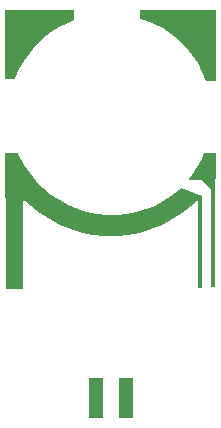
<source format=gts>
%FSTAX44Y44*%
%MOMM*%
%SFA1B1*%

%IPPOS*%
%ADD11R,1.245998X8.000984*%
%ADD12R,0.368999X7.756584*%
%ADD13R,0.368999X9.270981*%
%ADD14R,0.368999X7.823484*%
%ADD15R,1.223198X3.373193*%
%LNpcb2-1*%
%LPD*%
G36*
X0080391Y01038287D02*
X0079827Y01036139D01*
X00790847Y0103242*
X00783836Y01027975*
X00777306Y01022848*
X00771324Y01017092*
X00765951Y01010763*
X00761239Y01003928*
X00757238Y00996654*
X00753988Y00989015*
X0075369Y0098806*
X0074535*
Y01046756*
X0080391*
Y01038287*
G37*
G36*
X00923897Y0098679D02*
X00915205D01*
X00915178Y00986881*
X00912043Y00994667*
X00908141Y01002099*
X00903513Y01009101*
X00898204Y01015602*
X00892269Y01021537*
X00885768Y01026846*
X00878766Y01031474*
X00871335Y01035376*
X00863548Y01038511*
X0085979Y010396*
Y01046756*
X00923897*
Y0098679*
G37*
G36*
Y00915007D02*
X00923331Y00893148D01*
X00922151Y00892677*
X0091186Y0090297*
X00901417*
X00900874Y00904117*
X00903228Y00906978*
X00907791Y00913791*
X00911664Y00921018*
X00913663Y0092583*
X00923897*
Y00915007*
G37*
G36*
X00757292Y0092316D02*
X00759404Y00919209D01*
X00761324Y00915617*
X00766076Y00908505*
X00771502Y00901894*
X0077755Y00895845*
X00784162Y00890419*
X00791273Y00885667*
X00798817Y00881636*
X00806719Y00878362*
X00814904Y00875879*
X00823293Y00874211*
X00831805Y00873372*
X00836082*
X00840181Y00873368*
X00848342Y00874163*
X00856386Y00875753*
X00864235Y00878125*
X00871813Y00881255*
X00879049Y00885112*
X00885871Y0088966*
X00892215Y00894854*
X00893862Y00896498*
X0091186Y00889208*
Y00885287*
X00910933Y0088451*
X0091055Y00884426*
X00910337Y00884569*
X00910155Y00884752*
X00909922Y00884849*
X00909712Y0088499*
X00909355Y00885139*
X00909107Y0088519*
X00908874Y00885287*
X00908617Y00885288*
X00908365Y00885339*
X00908117Y00885291*
X00907864Y00885292*
X00907484Y00885218*
X0090725Y00885122*
X00907001Y00885074*
X00906786Y00884933*
X00906549Y00884836*
X00906387Y00884675*
X00906354Y00884661*
X00906353Y0088466*
X00906319Y00884625*
X00906157Y00884518*
X00906051Y00884413*
X00902435Y0088107*
X00894699Y00874891*
X00886432Y00869502*
X00877685Y00864934*
X00868539Y00861228*
X00859078Y00858419*
X00849392Y00856532*
X00839568Y00855586*
X008297Y0085559*
X00819877Y00856542*
X00810192Y00858434*
X00800733Y0086125*
X00791591Y00864962*
X00782845Y00869536*
X00774582Y0087493*
X0076685Y00881114*
X00763228Y00884467*
X00763157Y00884536*
X00763143Y00884545*
X00763135Y00884558*
X00762719Y00884819*
X00762308Y00885086*
X00762293Y00885088*
X0076228Y00885097*
X00762035Y0088519*
X00762019Y00885193*
X00762006Y00885201*
X00761523Y00885278*
X00761039Y00885361*
X00761024Y00885358*
X00761008Y0088536*
X00760746Y0088535*
X00760731Y00885347*
X00760715Y00885349*
X0076024Y00885229*
X00759763Y00885115*
X00759751Y00885106*
X00759736Y00885102*
X00759499Y0088499*
X00759486Y00884981*
X00759471Y00884977*
X00759442Y00884955*
X00758439Y0088532*
X00758262Y0088549*
X00758172Y00885586*
Y0088773*
X0074535*
Y00913268*
Y0092583*
X00756186*
X00757292Y0092316*
G37*
G54D11*
X00751959Y00850265D03*
G54D12*
X00758884Y00849395D03*
G54D13*
X00921444Y00857885D03*
G54D14*
X00910134Y00850091D03*
G54D15*
X00821761Y00718468D03*
X00847161D03*
M02*
</source>
